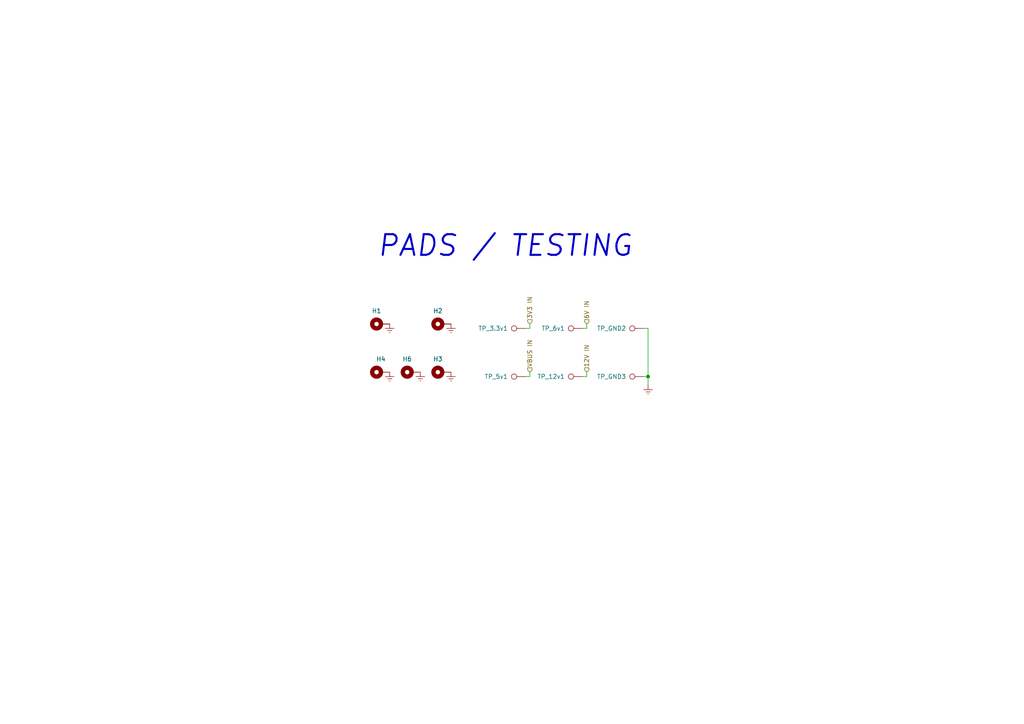
<source format=kicad_sch>
(kicad_sch (version 20211123) (generator eeschema)
  (paper "A4")
  (lib_symbols
    (symbol "Connector:TestPoint" (pin_numbers hide) (pin_names (offset 0.762) hide)
      (property "Reference" "TP" (at 0 6.858 0))
      (property "Value" "TestPoint" (at 0 5.08 0))
      (symbol "TestPoint_0_1"
        (circle (center 0 3.302) (radius 0.762))
      )
      (symbol "TestPoint_1_1"
        (pin passive line (at 0 0 90) (length 2.54) (name "1") (number "1"))
      )
    )
    (symbol "Mechanical:MountingHole_Pad" (pin_numbers hide) (pin_names (offset 1.016) hide)
      (property "Reference" "H" (at 0 6.35 0))
      (property "Value" "MountingHole_Pad" (at 0 4.445 0))
      (symbol "MountingHole_Pad_0_1"
        (circle (center 0 1.27) (radius 1.27) (stroke (width 1.27)))
      )
      (symbol "MountingHole_Pad_1_1"
        (pin input line (at 0 -2.54 90) (length 2.54) (name "1") (number "1"))
      )
    )
    (symbol "power:GNDREF" (power) (pin_names (offset 0))
      (property "Value" "GNDREF" (at 0 -3.81 0))
      (symbol "GNDREF_0_1"
        (polyline (pts (xy -0.635 -1.905) (xy 0.635 -1.905)))
        (polyline (pts (xy -0.127 -2.54) (xy 0.127 -2.54)))
        (polyline (pts (xy 0 -1.27) (xy 0 0)))
        (polyline (pts (xy 1.27 -1.27) (xy -1.27 -1.27)))
      )
      (symbol "GNDREF_1_1"
        (pin power_in line (at 0 0 270) (length 0) hide (name "GNDREF") (number "1"))
      )
    )
  )
  (junction (at 187.96 109.22))
  (wire (pts (xy 186.69 109.22) (xy 187.96 109.22)))
  (wire (pts (xy 153.67 93.98) (xy 153.67 95.25)))
  (wire (pts (xy 153.67 109.22) (xy 152.4 109.22)))
  (wire (pts (xy 187.96 109.22) (xy 187.96 111.76)))
  (wire (pts (xy 170.18 109.22) (xy 168.91 109.22)))
  (wire (pts (xy 170.18 107.95) (xy 170.18 109.22)))
  (wire (pts (xy 186.69 95.25) (xy 187.96 95.25)))
  (wire (pts (xy 153.67 95.25) (xy 152.4 95.25)))
  (wire (pts (xy 153.67 107.95) (xy 153.67 109.22)))
  (wire (pts (xy 187.96 95.25) (xy 187.96 109.22)))
  (wire (pts (xy 170.18 95.25) (xy 168.91 95.25)))
  (wire (pts (xy 170.18 93.98) (xy 170.18 95.25)))
  (text "PADS / TESTING" (at 109.22 74.93 0) (effects (font (size 6 6) (thickness 0.6) bold italic) (justify left bottom)))
  (hierarchical_label "12V IN" (shape input) (at 170.18 107.95 90))
  (hierarchical_label "3V3 IN" (shape input) (at 153.67 93.98 90))
  (hierarchical_label "6V IN" (shape input) (at 170.18 93.98 90))
  (hierarchical_label "VBUS IN" (shape input) (at 153.67 107.95 90))
  (symbol (lib_id "Connector:TestPoint") (at 168.91 95.25 90) (unit 1)
    (property "Reference" "TP_6v1" (at 163.83 95.25 90) (effects (justify left)))
    (property "Value" "TestPoint" (effects hide))
    (property "Footprint" "TestPoint:TestPoint_Pad_D1.0mm" (effects hide))
    (property "Datasheet" "xxx" (effects hide))
    (property "#" "xxx" (effects hide))
    (property "Description" "Testing point" (effects hide))
    (property "Group" "Pads" (effects hide))
    (property "Mouser" "OK" (effects hide))
  )
  (symbol (lib_id "Connector:TestPoint") (at 186.69 95.25 90) (unit 1)
    (property "Reference" "TP_GND2" (at 181.61 95.25 90) (effects (justify left)))
    (property "Value" "TestPoint" (effects hide))
    (property "Footprint" "TestPoint:TestPoint_Pad_D1.0mm" (effects hide))
    (property "Datasheet" "xxx" (effects hide))
    (property "#" "xxx" (effects hide))
    (property "Description" "Testing point" (effects hide))
    (property "Group" "Pads" (effects hide))
    (property "Mouser" "OK" (effects hide))
  )
  (symbol (lib_id "power:GNDREF") (at 130.81 93.98 0) (unit 1)
    (property "Reference" "#PWR0173" (effects hide))
    (property "Value" "GNDREF" (effects hide))
  )
  (symbol (lib_id "power:GNDREF") (at 121.92 107.95 0) (unit 1)
    (property "Reference" "#PWR0176" (effects hide))
    (property "Value" "GNDREF" (effects hide))
  )
  (symbol (lib_id "power:GNDREF") (at 113.03 93.98 0) (unit 1)
    (property "Reference" "#PWR0174" (effects hide))
    (property "Value" "GNDREF" (effects hide))
  )
  (symbol (lib_id "Mechanical:MountingHole_Pad") (at 110.49 93.98 90) (unit 1)
    (property "Reference" "H1" (at 109.22 90.17 90))
    (property "Value" "M3" (effects hide))
    (property "Footprint" "MountingHole:MountingHole_3.2mm_M3_Pad_Via" (effects hide))
    (property "Datasheet" "xxx" (effects hide))
    (property "Group" "Pads" (effects hide))
    (property "Description" "Mounting hole pad" (effects hide))
    (property "#" "xxx" (effects hide))
    (property "Mouser" "OK" (effects hide))
  )
  (symbol (lib_id "Connector:TestPoint") (at 152.4 109.22 90) (unit 1)
    (property "Reference" "TP_5v1" (at 147.32 109.22 90) (effects (justify left)))
    (property "Value" "TestPoint" (effects hide))
    (property "Footprint" "TestPoint:TestPoint_Pad_D1.0mm" (effects hide))
    (property "Datasheet" "xxx" (effects hide))
    (property "#" "xxx" (effects hide))
    (property "Description" "Testing point" (effects hide))
    (property "Group" "Pads" (effects hide))
    (property "Mouser" "OK" (effects hide))
  )
  (symbol (lib_id "Connector:TestPoint") (at 168.91 109.22 90) (unit 1)
    (property "Reference" "TP_12v1" (at 163.83 109.22 90) (effects (justify left)))
    (property "Value" "TestPoint" (effects hide))
    (property "Footprint" "TestPoint:TestPoint_Pad_D1.0mm" (effects hide))
    (property "Datasheet" "xxx" (effects hide))
    (property "Group" "Pads" (effects hide))
    (property "#" "xxx" (effects hide))
    (property "Description" "Testing point" (effects hide))
    (property "Mouser" "OK" (effects hide))
  )
  (symbol (lib_id "Connector:TestPoint") (at 152.4 95.25 90) (unit 1)
    (property "Reference" "TP_3.3v1" (at 147.32 95.25 90) (effects (justify left)))
    (property "Value" "TestPoint" (effects hide))
    (property "Footprint" "TestPoint:TestPoint_Pad_D1.0mm" (effects hide))
    (property "Datasheet" "xxx" (effects hide))
    (property "#" "xxx" (effects hide))
    (property "Group" "Pads" (effects hide))
    (property "Description" "Testing point" (effects hide))
    (property "Mouser" "OK" (effects hide))
  )
  (symbol (lib_id "Mechanical:MountingHole_Pad") (at 128.27 107.95 90) (unit 1)
    (property "Reference" "H3" (at 127 104.14 90))
    (property "Value" "M3" (effects hide))
    (property "Footprint" "MountingHole:MountingHole_3.2mm_M3_Pad_Via" (effects hide))
    (property "Datasheet" "xxx" (effects hide))
    (property "Description" "Mounting hole pad" (effects hide))
    (property "Group" "Pads" (effects hide))
    (property "#" "xxx" (effects hide))
    (property "Mouser" "OK" (effects hide))
  )
  (symbol (lib_id "Mechanical:MountingHole_Pad") (at 110.49 107.95 90) (unit 1)
    (property "Reference" "H4" (at 110.49 104.14 90))
    (property "Value" "M3" (effects hide))
    (property "Footprint" "MountingHole:MountingHole_3.2mm_M3_Pad_Via" (effects hide))
    (property "Datasheet" "xxx" (effects hide))
    (property "Description" "Mounting hole pad" (effects hide))
    (property "Group" "Pads" (effects hide))
    (property "#" "xxx" (effects hide))
    (property "Mouser" "OK" (effects hide))
  )
  (symbol (lib_id "power:GNDREF") (at 113.03 107.95 0) (unit 1)
    (property "Reference" "#PWR0172" (effects hide))
    (property "Value" "GNDREF" (effects hide))
  )
  (symbol (lib_id "Connector:TestPoint") (at 186.69 109.22 90) (unit 1)
    (property "Reference" "TP_GND3" (at 181.61 109.22 90) (effects (justify left)))
    (property "Value" "TestPoint" (effects hide))
    (property "Footprint" "TestPoint:TestPoint_Pad_D1.0mm" (effects hide))
    (property "Datasheet" "xxx" (effects hide))
    (property "#" "xxx" (effects hide))
    (property "Description" "Testing point" (effects hide))
    (property "Group" "Pads" (effects hide))
    (property "Mouser" "OK" (effects hide))
  )
  (symbol (lib_id "power:GNDREF") (at 130.81 107.95 0) (unit 1)
    (property "Reference" "#PWR0171" (effects hide))
    (property "Value" "GNDREF" (effects hide))
  )
  (symbol (lib_id "Mechanical:MountingHole_Pad") (at 119.38 107.95 90) (unit 1)
    (property "Reference" "H6" (at 118.11 104.14 90))
    (property "Value" "M3" (effects hide))
    (property "Footprint" "MountingHole:MountingHole_3.2mm_M3_Pad_Via" (effects hide))
    (property "Datasheet" "xxx" (effects hide))
    (property "Description" "Mounting hole pad" (effects hide))
    (property "Group" "Pads" (effects hide))
    (property "#" "xxx" (effects hide))
    (property "Mouser" "OK" (effects hide))
  )
  (symbol (lib_id "power:GNDREF") (at 187.96 111.76 0) (unit 1)
    (property "Reference" "#PWR0154" (effects hide))
    (property "Value" "GNDREF" (effects hide))
  )
  (symbol (lib_id "Mechanical:MountingHole_Pad") (at 128.27 93.98 90) (unit 1)
    (property "Reference" "H2" (at 127 90.17 90))
    (property "Value" "M3" (effects hide))
    (property "Footprint" "MountingHole:MountingHole_3.2mm_M3_Pad_Via" (effects hide))
    (property "Datasheet" "xxx" (effects hide))
    (property "Group" "Pads" (effects hide))
    (property "Description" "Mounting hole pad" (effects hide))
    (property "#" "xxx" (effects hide))
    (property "Mouser" "OK" (effects hide))
  )
)
</source>
